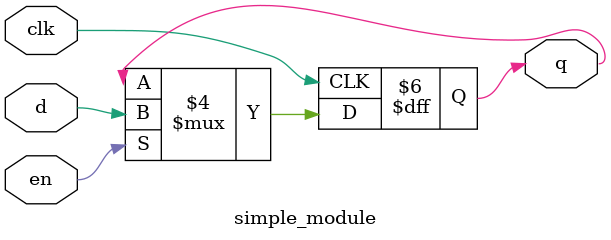
<source format=v>
`timescale 1ns/1ps
module simple_module (
		      input clk,
		      input en,
		      input d,
		      output reg q
		      );

   initial q=0;
   
   always @(posedge clk) begin
      if (en)
	q <= d;   // NON-BLOCKING ASSIGNMENT specifies D Flip Flop
      else        // The flip-flop creates a one-cycle delay before
	q <= q;   // q is changed
   end
endmodule // simple_module

</source>
